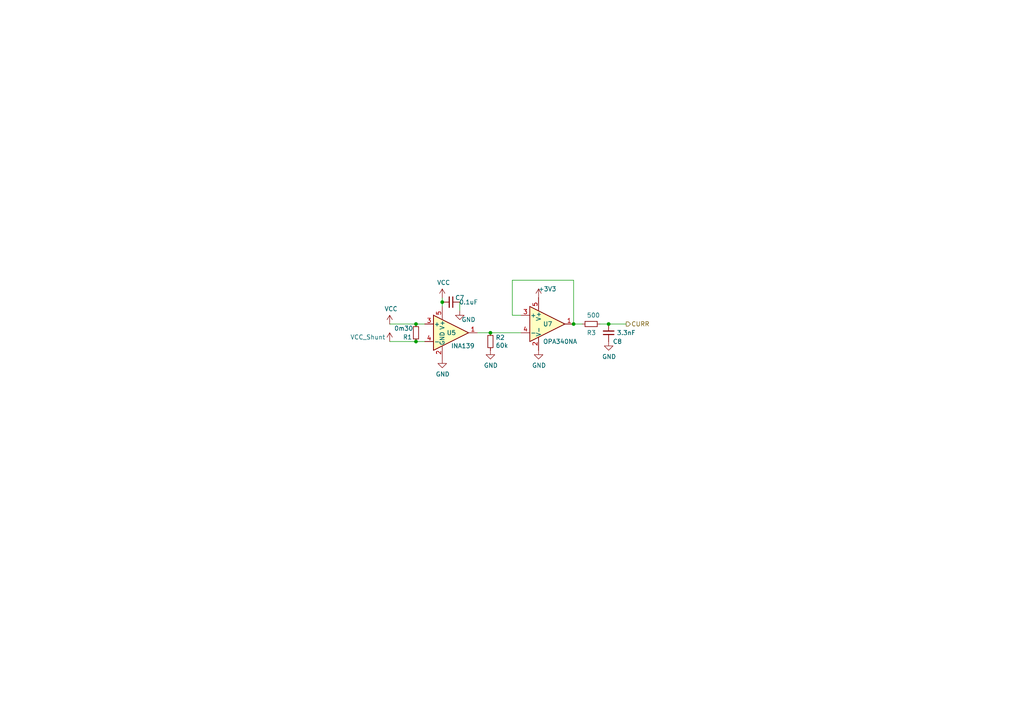
<source format=kicad_sch>
(kicad_sch (version 20250114) (generator "eeschema") (generator_version "9.0")
  (paper "A4")
  (lib_symbols
    (symbol "Amplifier_Current:INA139" (pin_names (offset 0.127))
      (property "Reference" "U" (at 3.81 5.08 0))
      (property "Value" "INA139" (at 3.81 2.54 0))
      (symbol "INA139_0_1"
        (polyline (pts (xy -5.08 5.08) (xy 5.08 0) (xy -5.08 -5.08) (xy -5.08 5.08)) (stroke (width 0.254)) (fill (type background)))
      )
      (symbol "INA139_1_1"
        (pin input line (at -7.62 2.54 0) (length 2.54) (name "+") (number "3"))
        (pin input line (at -7.62 -2.54 0) (length 2.54) (name "-") (number "4"))
        (pin power_in line (at -2.54 7.62 270) (length 3.81) (name "V+") (number "5"))
        (pin power_in line (at -2.54 -7.62 90) (length 3.81) (name "GND") (number "2"))
        (pin output line (at 7.62 0 180) (length 2.54) (name "~") (number "1"))
      )
    )
    (symbol "Amplifier_Operational:OPA340NA" (pin_names (offset 0.127))
      (property "Reference" "U" (at -1.27 6.35 0))
      (property "Value" "OPA340NA" (at -1.27 3.81 0))
      (symbol "OPA340NA_0_1"
        (polyline (pts (xy -5.08 5.08) (xy 5.08 0) (xy -5.08 -5.08) (xy -5.08 5.08)) (stroke (width 0.254)) (fill (type background)))
        (pin power_in line (at -2.54 7.62 270) (length 3.81) (name "V+") (number "5"))
        (pin power_in line (at -2.54 -7.62 90) (length 3.81) (name "V-") (number "2"))
      )
      (symbol "OPA340NA_1_1"
        (pin input line (at -7.62 2.54 0) (length 2.54) (name "+") (number "3"))
        (pin input line (at -7.62 -2.54 0) (length 2.54) (name "-") (number "4"))
        (pin output line (at 7.62 0 180) (length 2.54) (name "~") (number "1"))
      )
    )
    (symbol "Device:C_Small" (pin_numbers (hide yes)) (pin_names (offset 0.254) (hide yes))
      (property "Reference" "C" (at 0.254 1.778 0))
      (property "Value" "C_Small" (at 0.254 -2.032 0))
      (symbol "C_Small_0_1"
        (polyline (pts (xy -1.524 0.508) (xy 1.524 0.508)) (stroke (width 0.3048)))
        (polyline (pts (xy -1.524 -0.508) (xy 1.524 -0.508)) (stroke (width 0.3302)))
      )
      (symbol "C_Small_1_1"
        (pin passive line (at 0 2.54 270) (length 2.032) (name "~") (number "1"))
        (pin passive line (at 0 -2.54 90) (length 2.032) (name "~") (number "2"))
      )
    )
    (symbol "Device:R_Small" (pin_numbers (hide yes)) (pin_names (offset 0.254) (hide yes))
      (property "Reference" "R" (at 0 0 90))
      (property "Value" "R_Small" (at 1.778 0 90))
      (symbol "R_Small_0_1"
        (rectangle (start -0.762 1.778) (end 0.762 -1.778) (stroke (width 0.2032)))
      )
      (symbol "R_Small_1_1"
        (pin passive line (at 0 2.54 270) (length 0.762) (name "~") (number "1"))
        (pin passive line (at 0 -2.54 90) (length 0.762) (name "~") (number "2"))
      )
    )
    (symbol "power:+3V3" (power) (pin_numbers (hide yes)) (pin_names (offset 0) (hide yes))
      (property "Value" "+3V3" (at 0 3.556 0))
      (symbol "+3V3_0_1"
        (polyline (pts (xy -0.762 1.27) (xy 0 2.54)))
        (polyline (pts (xy 0 2.54) (xy 0.762 1.27)))
        (polyline (pts (xy 0 0) (xy 0 2.54)))
      )
      (symbol "+3V3_1_1"
        (pin power_in line (at 0 0 90) (length 0) (name "~") (number "1"))
      )
    )
    (symbol "power:GND" (power) (pin_numbers (hide yes)) (pin_names (offset 0) (hide yes))
      (property "Value" "GND" (at 0 -3.81 0))
      (symbol "GND_0_1"
        (polyline (pts (xy 0 0) (xy 0 -1.27) (xy 1.27 -1.27) (xy 0 -2.54) (xy -1.27 -1.27) (xy 0 -1.27)))
      )
      (symbol "GND_1_1"
        (pin power_in line (at 0 0 270) (length 0) (name "~") (number "1"))
      )
    )
    (symbol "power:VCC" (power) (pin_numbers (hide yes)) (pin_names (offset 0) (hide yes))
      (property "Value" "VCC" (at 0 3.556 0))
      (symbol "VCC_0_1"
        (polyline (pts (xy -0.762 1.27) (xy 0 2.54)))
        (polyline (pts (xy 0 2.54) (xy 0.762 1.27)))
        (polyline (pts (xy 0 0) (xy 0 2.54)))
      )
      (symbol "VCC_1_1"
        (pin power_in line (at 0 0 90) (length 0) (name "~") (number "1"))
      )
    )
    (symbol "power:VCC_Shunt" (power) (pin_names (offset 1.016))
      (property "Value" "power_VCC_Shunt" (at 5.08 5.08 0))
      (symbol "VCC_Shunt_1_1"
        (polyline (pts (xy -0.762 1.27) (xy 0 2.54)))
        (polyline (pts (xy 0 2.54) (xy 0.762 1.27)))
        (polyline (pts (xy 0 0) (xy 0 2.54)))
        (pin power_in line (at 0 0 90) (length 0) (hide yes) (name "VCC_Shunt") (number "1"))
      )
    )
  )
  (junction (at 176.53 93.98))
  (junction (at 120.65 93.98))
  (junction (at 142.24 96.52))
  (junction (at 120.65 99.06))
  (junction (at 166.37 93.98))
  (junction (at 128.27 87.63))
  (wire (pts (xy 148.59 91.44) (xy 148.59 81.28)))
  (wire (pts (xy 176.53 93.98) (xy 181.61 93.98)))
  (wire (pts (xy 128.27 88.9) (xy 128.27 87.63)))
  (wire (pts (xy 148.59 81.28) (xy 166.37 81.28)))
  (wire (pts (xy 128.27 87.63) (xy 128.27 86.36)))
  (wire (pts (xy 166.37 93.98) (xy 168.91 93.98)))
  (wire (pts (xy 133.35 90.17) (xy 133.35 87.63)))
  (wire (pts (xy 120.65 93.98) (xy 123.19 93.98)))
  (wire (pts (xy 173.99 93.98) (xy 176.53 93.98)))
  (wire (pts (xy 151.13 96.52) (xy 142.24 96.52)))
  (wire (pts (xy 113.03 99.06) (xy 120.65 99.06)))
  (wire (pts (xy 120.65 99.06) (xy 123.19 99.06)))
  (wire (pts (xy 166.37 81.28) (xy 166.37 93.98)))
  (wire (pts (xy 142.24 96.52) (xy 138.43 96.52)))
  (wire (pts (xy 113.03 93.98) (xy 120.65 93.98)))
  (wire (pts (xy 151.13 91.44) (xy 148.59 91.44)))
  (hierarchical_label "CURR" (shape output) (at 181.61 93.98 0))
  (symbol (lib_id "Amplifier_Current:INA139") (at 130.81 96.52 0) (unit 1)
    (property "Reference" "U5" (at 129.54 96.52 0) (effects (justify left)))
    (property "Value" "INA139" (at 130.81 100.33 0) (effects (justify left)))
    (property "Footprint" "Package_TO_SOT_SMD:SOT-23-5" (effects (hide yes)))
    (property "Datasheet" "http://www.ti.com/lit/ds/symlink/ina169.pdf" (effects (hide yes)))
  )
  (symbol (lib_id "power:VCC") (at 128.27 86.36 0) (unit 1)
    (property "Reference" "#PWR0107" (effects (hide yes)))
    (property "Value" "VCC" (at 128.651 81.9658 0))
  )
  (symbol (lib_id "power:GND") (at 128.27 104.14 0) (unit 1)
    (property "Reference" "#PWR0108" (effects (hide yes)))
    (property "Value" "GND" (at 128.397 108.5342 0))
  )
  (symbol (lib_id "Device:R_Small") (at 120.65 96.52 0) (unit 1)
    (property "Reference" "R1" (at 116.84 97.79 0) (effects (justify left)))
    (property "Value" "0m30" (at 114.3 95.25 0) (effects (justify left)))
    (property "Footprint" "Resistor_SMD:R_Shunt_Vishay_WSLP2726" (effects (hide yes)))
  )
  (symbol (lib_id "power:VCC") (at 113.03 93.98 0) (unit 1)
    (property "Reference" "#PWR0120" (effects (hide yes)))
    (property "Value" "VCC" (at 113.411 89.5858 0))
  )
  (symbol (lib_id "Amplifier_Operational:OPA340NA") (at 158.75 93.98 0) (unit 1)
    (property "Reference" "U7" (at 157.48 93.98 0) (effects (justify left)))
    (property "Value" "OPA340NA" (at 157.48 99.06 0) (effects (justify left)))
    (property "Footprint" "Package_TO_SOT_SMD:SOT-23-5" (effects (hide yes)))
    (property "Datasheet" "http://www.ti.com/lit/ds/symlink/opa340.pdf" (effects (hide yes)))
  )
  (symbol (lib_id "power:+3V3") (at 156.21 86.36 0) (unit 1)
    (property "Reference" "#PWR0113" (effects (hide yes)))
    (property "Value" "+3V3" (at 158.75 83.82 0))
  )
  (symbol (lib_id "power:GND") (at 156.21 101.6 0) (unit 1)
    (property "Reference" "#PWR0132" (effects (hide yes)))
    (property "Value" "GND" (at 156.337 105.9942 0))
  )
  (symbol (lib_id "Device:C_Small") (at 176.53 96.52 180) (unit 1)
    (property "Reference" "C8" (at 179.07 99.06 0))
    (property "Value" "3.3nF" (at 181.61 96.52 0))
    (property "Footprint" "Capacitor_SMD:C_0402_1005Metric" (effects (hide yes)))
  )
  (symbol (lib_id "power:GND") (at 176.53 99.06 0) (unit 1)
    (property "Reference" "#PWR0133" (effects (hide yes)))
    (property "Value" "GND" (at 176.657 103.4542 0))
  )
  (symbol (lib_id "Device:C_Small") (at 130.81 87.63 270) (unit 1)
    (property "Reference" "C7" (at 133.35 86.36 90))
    (property "Value" "0.1uF" (at 135.89 87.63 90))
    (property "Footprint" "Capacitor_SMD:C_0402_1005Metric" (effects (hide yes)))
  )
  (symbol (lib_id "power:GND") (at 133.35 90.17 0) (unit 1)
    (property "Reference" "#PWR0130" (effects (hide yes)))
    (property "Value" "GND" (at 135.89 92.71 0))
  )
  (symbol (lib_id "Device:R_Small") (at 171.45 93.98 270) (unit 1)
    (property "Reference" "R3" (at 170.18 96.52 90) (effects (justify left)))
    (property "Value" "500" (at 170.18 91.44 90) (effects (justify left)))
    (property "Footprint" "Resistor_SMD:R_0402_1005Metric" (effects (hide yes)))
  )
  (symbol (lib_id "Device:R_Small") (at 142.24 99.06 0) (unit 1)
    (property "Reference" "R2" (at 143.7386 97.8916 0) (effects (justify left)))
    (property "Value" "60k" (at 143.7386 100.203 0) (effects (justify left)))
    (property "Footprint" "Resistor_SMD:R_0402_1005Metric" (effects (hide yes)))
  )
  (symbol (lib_id "power:GND") (at 142.24 101.6 0) (unit 1)
    (property "Reference" "#PWR0131" (effects (hide yes)))
    (property "Value" "GND" (at 142.367 105.9942 0))
  )
  (symbol (lib_id "power:VCC_Shunt") (at 113.03 99.06 0) (unit 1)
    (property "Reference" "#PWR0106" (effects (hide yes)))
    (property "Value" "VCC_Shunt" (at 106.68 97.79 0))
  )
)
</source>
